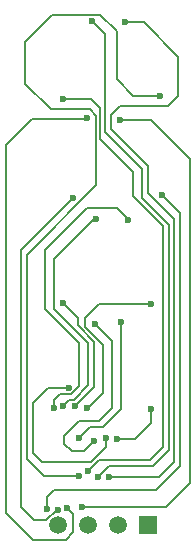
<source format=gbl>
%FSLAX44Y44*%
%MOMM*%
G71*
G01*
G75*
G04 Layer_Physical_Order=2*
G04 Layer_Color=16711680*
%ADD10R,0.7250X0.7000*%
%ADD11R,0.9000X0.8000*%
%ADD12R,0.6000X1.3500*%
%ADD13R,0.4000X1.3500*%
%ADD14C,0.2000*%
%ADD15C,1.5000*%
%ADD16R,1.5000X1.5000*%
%ADD17C,0.6000*%
D14*
X627380Y1068070D02*
X636948Y1058502D01*
X601980Y1068070D02*
X627380D01*
X566420Y1032510D02*
X601980Y1068070D01*
X566420Y982980D02*
Y1032510D01*
Y982980D02*
X595630Y953770D01*
Y917065D02*
Y953770D01*
X588935Y910370D02*
X595630Y917065D01*
X578900Y910370D02*
X588935D01*
X574040Y905510D02*
X578900Y910370D01*
X574040Y899160D02*
Y905510D01*
X608272Y1059122D02*
X609658D01*
X574040Y1024890D02*
X608272Y1059122D01*
X574040Y982980D02*
Y1024890D01*
Y982980D02*
X603250Y953770D01*
Y918210D02*
Y953770D01*
X590700Y905660D02*
X603250Y918210D01*
X586890Y905660D02*
X590700D01*
X581660Y900430D02*
X586890Y905660D01*
X581690Y988060D02*
X594360Y975390D01*
Y969010D02*
Y975390D01*
Y969010D02*
X608330Y955040D01*
Y916800D02*
Y955040D01*
X591890Y900360D02*
X608330Y916800D01*
X612140Y986790D02*
X656590D01*
X600710Y975360D02*
X612140Y986790D01*
X600710Y967740D02*
Y975360D01*
Y967740D02*
X615950Y952500D01*
Y911860D02*
Y952500D01*
X603250Y899160D02*
X615950Y911860D01*
X601980Y899160D02*
X603250D01*
X609100Y969780D02*
X623570Y955310D01*
Y899160D02*
Y955310D01*
X612140Y887730D02*
X623570Y899160D01*
X595630Y887730D02*
X612140D01*
X582930Y875030D02*
X595630Y887730D01*
X582930Y868680D02*
Y875030D01*
Y868680D02*
X589280Y862330D01*
X599440D01*
X607695Y870585D01*
X631190Y897890D02*
Y971550D01*
X615950Y882650D02*
X631190Y897890D01*
X604520Y882650D02*
X615950D01*
X595630Y873760D02*
X604520Y882650D01*
X568960Y915670D02*
X586740D01*
X556260Y902970D02*
X568960Y915670D01*
X556260Y861060D02*
Y902970D01*
Y861060D02*
X563880Y853440D01*
X605790D01*
X617820Y865470D01*
X617890D01*
Y873160D01*
X656590Y886460D02*
Y897890D01*
X642620Y872490D02*
X656590Y886460D01*
X627380Y872490D02*
X642620D01*
X641350Y1163320D02*
X664210D01*
X627380Y1177290D02*
X641350Y1163320D01*
X627380Y1177290D02*
Y1217930D01*
X613410Y1231900D02*
X627380Y1217930D01*
X572770Y1231900D02*
X613410D01*
X549910Y1209040D02*
X572770Y1231900D01*
X549910Y1173480D02*
Y1209040D01*
Y1173480D02*
X571500Y1151890D01*
X604520D01*
X610110Y1146300D01*
X555670Y1143680D02*
X601390D01*
X610110Y1087630D02*
Y1146300D01*
X551180Y1028700D02*
X610110Y1087630D01*
X551180Y855980D02*
Y1028700D01*
Y855980D02*
X565785Y841375D01*
X594995D01*
X581660Y1160780D02*
X605790D01*
X613410Y1153160D01*
Y1126490D02*
Y1153160D01*
Y1126490D02*
X641350Y1098550D01*
Y1078230D02*
Y1098550D01*
Y1078230D02*
X666750Y1052830D01*
Y866140D02*
Y1052830D01*
X655320Y854710D02*
X666750Y866140D01*
X612140Y854710D02*
X655320D01*
X603250Y845820D02*
X612140Y854710D01*
X606560Y1226320D02*
X617220Y1215660D01*
Y1132840D02*
Y1215660D01*
Y1132840D02*
X648970Y1101090D01*
Y1076960D02*
Y1101090D01*
Y1076960D02*
X671830Y1054100D01*
Y863600D02*
Y1054100D01*
X657860Y849630D02*
X671830Y863600D01*
X620800Y849630D02*
X657860D01*
X611390Y840220D02*
X620800Y849630D01*
X634470Y1225550D02*
X650240D01*
X679450Y1196340D01*
Y1163320D02*
Y1196340D01*
X670560Y1154430D02*
X679450Y1163320D01*
X629920Y1154430D02*
X670560D01*
X622300Y1146810D02*
X629920Y1154430D01*
X622300Y1135380D02*
Y1146810D01*
Y1135380D02*
X654050Y1103630D01*
Y1080770D02*
Y1103630D01*
Y1080770D02*
X675640Y1059180D01*
Y853440D02*
Y1059180D01*
X662940Y840740D02*
X675640Y853440D01*
X621030Y840740D02*
X662940D01*
X629920Y1143000D02*
X656590D01*
X689610Y1109980D01*
Y835660D02*
Y1109980D01*
X669290Y815340D02*
X689610Y835660D01*
X598170Y815340D02*
X669290D01*
X533400Y1121410D02*
X555670Y1143680D01*
X533400Y810260D02*
Y1121410D01*
Y810260D02*
X556260Y787400D01*
X584200D01*
X590550Y793750D01*
Y808990D01*
X585390Y814150D02*
X590550Y808990D01*
X546100Y1032510D02*
X590550Y1076960D01*
X546100Y815340D02*
Y1032510D01*
Y815340D02*
X557530Y803910D01*
X567801D01*
X576691Y812800D01*
X577850D01*
X680720Y849630D02*
Y1064260D01*
X660400Y829310D02*
X680720Y849630D01*
X574040Y829310D02*
X660400D01*
X665480Y1079500D02*
X680720Y1064260D01*
X568325Y823595D02*
X574040Y829310D01*
X568325Y813435D02*
Y823595D01*
D15*
X577850Y800100D02*
D03*
X603250D02*
D03*
X628650D02*
D03*
D16*
X654050D02*
D03*
D17*
X656590Y897890D02*
D03*
X577850Y812800D02*
D03*
X585390Y814150D02*
D03*
X598170Y815340D02*
D03*
X568325Y813435D02*
D03*
X603250Y845820D02*
D03*
X586740Y915670D02*
D03*
X656590Y986790D02*
D03*
X665480Y1079500D02*
D03*
X664210Y1163320D02*
D03*
X607695Y870585D02*
D03*
X581660Y900430D02*
D03*
X595630Y873760D02*
D03*
X574040Y899160D02*
D03*
X621030Y840740D02*
D03*
X611390Y840220D02*
D03*
X594995Y841375D02*
D03*
X627380Y872490D02*
D03*
X617890Y873160D02*
D03*
X601980Y899160D02*
D03*
X591890Y900360D02*
D03*
X631190Y971550D02*
D03*
X609100Y969780D02*
D03*
X581690Y988060D02*
D03*
X636948Y1057910D02*
D03*
X609658Y1059122D02*
D03*
X629920Y1143000D02*
D03*
X601980Y1144270D02*
D03*
X590550Y1076960D02*
D03*
X581660Y1160780D02*
D03*
X634470Y1225550D02*
D03*
X606560Y1226320D02*
D03*
M02*

</source>
